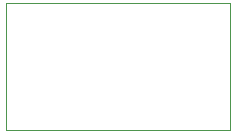
<source format=gbr>
G04 #@! TF.GenerationSoftware,KiCad,Pcbnew,(5.1.5)-3*
G04 #@! TF.CreationDate,2020-05-16T18:01:42+03:00*
G04 #@! TF.ProjectId,STTS22H_Breakout_Board,53545453-3232-4485-9f42-7265616b6f75,rev?*
G04 #@! TF.SameCoordinates,Original*
G04 #@! TF.FileFunction,Profile,NP*
%FSLAX46Y46*%
G04 Gerber Fmt 4.6, Leading zero omitted, Abs format (unit mm)*
G04 Created by KiCad (PCBNEW (5.1.5)-3) date 2020-05-16 18:01:42*
%MOMM*%
%LPD*%
G04 APERTURE LIST*
%ADD10C,0.050000*%
G04 APERTURE END LIST*
D10*
X114990000Y-145290000D02*
X114990000Y-146130000D01*
X117510000Y-145290000D02*
X114990000Y-145290000D01*
X121020000Y-145290000D02*
X117510000Y-145290000D01*
X122460000Y-145290000D02*
X121020000Y-145290000D01*
X124390000Y-145290000D02*
X122460000Y-145290000D01*
X114990000Y-150030000D02*
X114990000Y-146130000D01*
X114990000Y-151520000D02*
X114990000Y-150030000D01*
X114990000Y-153180000D02*
X114990000Y-151520000D01*
X114990000Y-154500000D02*
X114990000Y-153180000D01*
X114990000Y-156000000D02*
X114990000Y-154500000D01*
X133990000Y-145290000D02*
X133990000Y-145800000D01*
X132050000Y-145290000D02*
X133990000Y-145290000D01*
X124390000Y-145290000D02*
X132050000Y-145290000D01*
X133990000Y-156000000D02*
X133990000Y-145800000D01*
X124990000Y-156000000D02*
X133990000Y-156000000D01*
X114990000Y-156000000D02*
X124990000Y-156000000D01*
M02*

</source>
